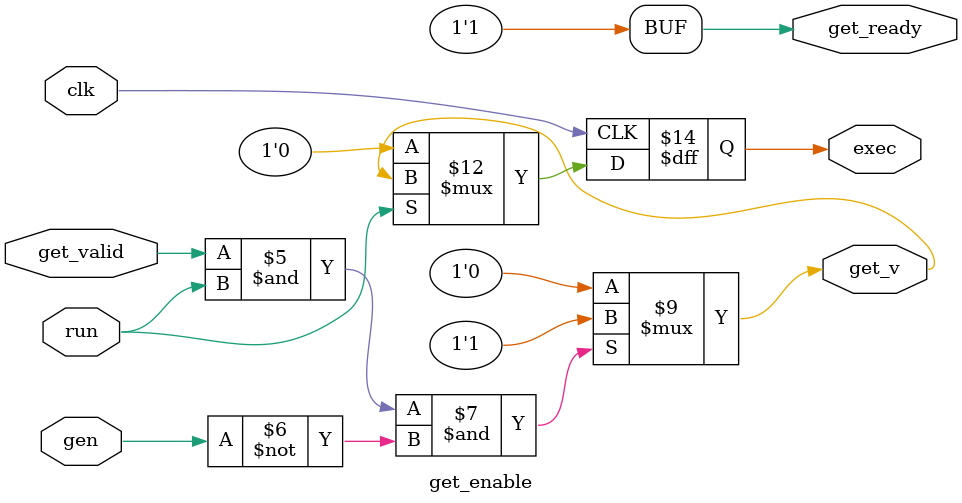
<source format=sv>

`default_nettype none


module get_enable
    (
        // in
        input wire                  clk,
        input wire                  gen,
        input wire                  run,
        input wire                  get_valid,

        // out
        output wire                 get_ready,
        output logic                get_v,
        output logic                exec
    );


    /////////////////////////////////////////////////////////////////////////////////////////////////////////////////////////////////////////////////////////////


    always_ff @( posedge clk ) begin
                  if ( ~run ) begin
                      exec <= 1'b0;
                  end
                  else begin
                      exec <= get_v;
                  end
              end;


    /////////////////////////////////////////////////////////////////////////////////////////////////////////////////////////////////////////////////////////////


    assign get_ready = 1'b1;


    always_comb begin
                    get_v = 1'b0;

                    if ( get_valid & get_ready & run & ~gen ) begin
                        get_v = 1'b1;
                    end
                end;


    /////////////////////////////////////////////////////////////////////////////////////////////////////////////////////////////////////////////////////////////


endmodule


`default_nettype wire

</source>
